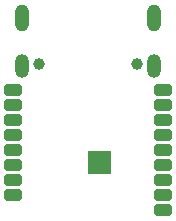
<source format=gbr>
%TF.GenerationSoftware,KiCad,Pcbnew,8.0.4-8.0.4-0~ubuntu24.04.1*%
%TF.CreationDate,2024-08-16T16:11:10+02:00*%
%TF.ProjectId,epi_ESP32 (2023_01_16 13_30_41 UTC),6570695f-4553-4503-9332-202832303233,1_1*%
%TF.SameCoordinates,Original*%
%TF.FileFunction,Soldermask,Bot*%
%TF.FilePolarity,Negative*%
%FSLAX46Y46*%
G04 Gerber Fmt 4.6, Leading zero omitted, Abs format (unit mm)*
G04 Created by KiCad (PCBNEW 8.0.4-8.0.4-0~ubuntu24.04.1) date 2024-08-16 16:11:10*
%MOMM*%
%LPD*%
G01*
G04 APERTURE LIST*
G04 Aperture macros list*
%AMRoundRect*
0 Rectangle with rounded corners*
0 $1 Rounding radius*
0 $2 $3 $4 $5 $6 $7 $8 $9 X,Y pos of 4 corners*
0 Add a 4 corners polygon primitive as box body*
4,1,4,$2,$3,$4,$5,$6,$7,$8,$9,$2,$3,0*
0 Add four circle primitives for the rounded corners*
1,1,$1+$1,$2,$3*
1,1,$1+$1,$4,$5*
1,1,$1+$1,$6,$7*
1,1,$1+$1,$8,$9*
0 Add four rect primitives between the rounded corners*
20,1,$1+$1,$2,$3,$4,$5,0*
20,1,$1+$1,$4,$5,$6,$7,0*
20,1,$1+$1,$6,$7,$8,$9,0*
20,1,$1+$1,$8,$9,$2,$3,0*%
G04 Aperture macros list end*
%ADD10C,1.000000*%
%ADD11RoundRect,0.250000X-0.500000X-0.250000X0.500000X-0.250000X0.500000X0.250000X-0.500000X0.250000X0*%
%ADD12O,1.200000X2.000000*%
%ADD13O,1.200000X2.300000*%
G04 APERTURE END LIST*
G36*
X104220036Y-62300000D02*
G01*
X106220036Y-62300000D01*
X106220036Y-64300000D01*
X104220036Y-64300000D01*
X104220036Y-62300000D01*
G37*
D10*
%TO.C,DRILL1*%
X100080000Y-55000000D03*
%TD*%
D11*
%TO.C,J2*%
X110600000Y-57150000D03*
X110600000Y-58420000D03*
X110600000Y-59690000D03*
X110600000Y-60960000D03*
X110600000Y-62230000D03*
X110600000Y-63500000D03*
X110600000Y-64770000D03*
X110600000Y-66040000D03*
X110600000Y-67310000D03*
%TD*%
D12*
%TO.C,J3*%
X109840000Y-55105000D03*
D13*
X109840000Y-51105000D03*
D12*
X98640000Y-55105000D03*
D13*
X98640000Y-51105000D03*
%TD*%
D11*
%TO.C,J1*%
X97892518Y-57150000D03*
X97892518Y-58420000D03*
X97892518Y-59690000D03*
X97892518Y-60960000D03*
X97892518Y-62230000D03*
X97892518Y-63500000D03*
X97892518Y-64770000D03*
X97892518Y-66040000D03*
%TD*%
D10*
%TO.C,DRILL2*%
X108400000Y-55000000D03*
%TD*%
M02*

</source>
